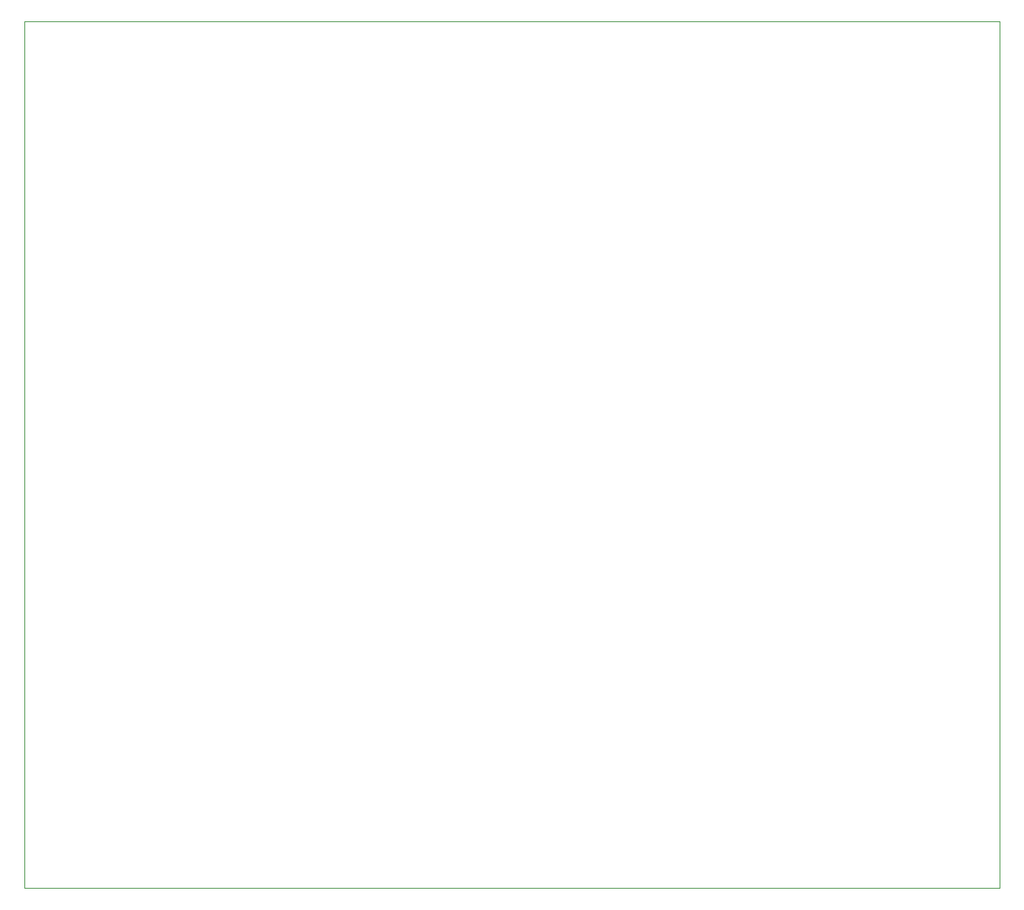
<source format=gbr>
%TF.GenerationSoftware,KiCad,Pcbnew,8.0.6*%
%TF.CreationDate,2024-11-23T01:04:23-05:00*%
%TF.ProjectId,keyboard,6b657962-6f61-4726-942e-6b696361645f,rev?*%
%TF.SameCoordinates,Original*%
%TF.FileFunction,Profile,NP*%
%FSLAX46Y46*%
G04 Gerber Fmt 4.6, Leading zero omitted, Abs format (unit mm)*
G04 Created by KiCad (PCBNEW 8.0.6) date 2024-11-23 01:04:23*
%MOMM*%
%LPD*%
G01*
G04 APERTURE LIST*
%TA.AperFunction,Profile*%
%ADD10C,0.050000*%
%TD*%
G04 APERTURE END LIST*
D10*
X158250000Y-59750000D02*
X266500000Y-59750000D01*
X266500000Y-156000000D01*
X158250000Y-156000000D01*
X158250000Y-59750000D01*
M02*

</source>
